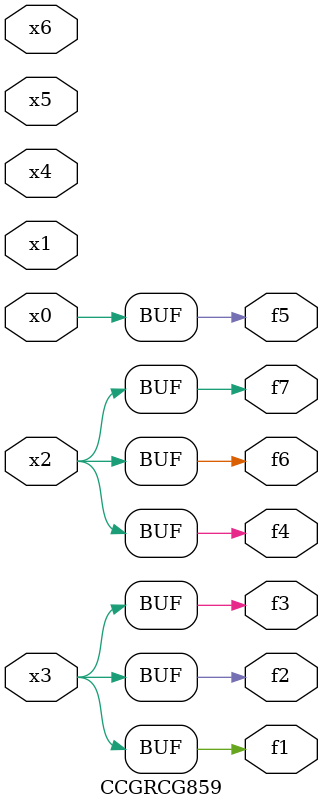
<source format=v>
module CCGRCG859(
	input x0, x1, x2, x3, x4, x5, x6,
	output f1, f2, f3, f4, f5, f6, f7
);
	assign f1 = x3;
	assign f2 = x3;
	assign f3 = x3;
	assign f4 = x2;
	assign f5 = x0;
	assign f6 = x2;
	assign f7 = x2;
endmodule

</source>
